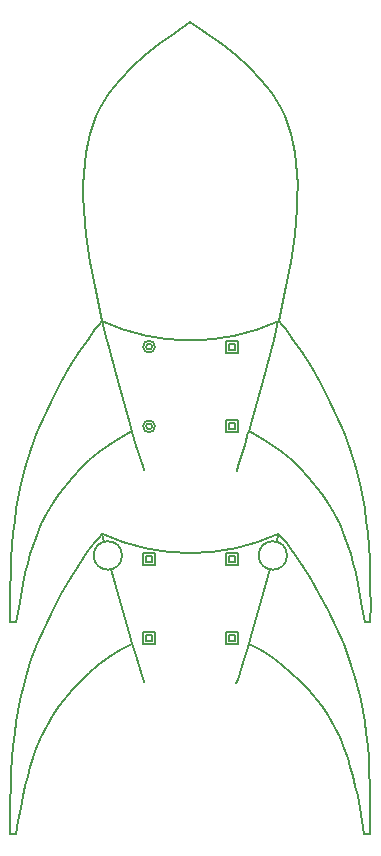
<source format=gbr>
G04 #@! TF.GenerationSoftware,KiCad,Pcbnew,(5.0.0-rc2-198-gb8bbb15aa)*
G04 #@! TF.CreationDate,2018-07-05T00:48:06-05:00*
G04 #@! TF.ProjectId,rocket,726F636B65742E6B696361645F706362,rev?*
G04 #@! TF.SameCoordinates,Original*
G04 #@! TF.FileFunction,Legend,Bot*
G04 #@! TF.FilePolarity,Positive*
%FSLAX46Y46*%
G04 Gerber Fmt 4.6, Leading zero omitted, Abs format (unit mm)*
G04 Created by KiCad (PCBNEW (5.0.0-rc2-198-gb8bbb15aa)) date 07/05/18 00:48:06*
%MOMM*%
%LPD*%
G01*
G04 APERTURE LIST*
%ADD10C,0.200000*%
%ADD11C,0.150000*%
G04 APERTURE END LIST*
D10*
X13113607Y-61697659D02*
X13338522Y-62345022D01*
X14177948Y-65577512D02*
X14371961Y-66570122D01*
X12156522Y-59581659D02*
X12646527Y-60556812D01*
X14371961Y-66570122D02*
X14559342Y-67643647D01*
X11102415Y-57948868D02*
X11642636Y-58726199D01*
X15240000Y-68800000D02*
X14740000Y-68800000D01*
X14755842Y-59275903D02*
X14887189Y-60253662D01*
X13338522Y-62345022D02*
X13557562Y-63051417D01*
X13770587Y-63822335D02*
X13977438Y-64662858D01*
X14025670Y-55777072D02*
X14431656Y-57454601D01*
X9432675Y-45980780D02*
X10175555Y-47174127D01*
X7454678Y-43352082D02*
X7746256Y-43670938D01*
X15088707Y-62369624D02*
X15159072Y-63517634D01*
X7779852Y-54449918D02*
X8558281Y-55118265D01*
X15159072Y-63517634D02*
X15209306Y-64731489D01*
X12344357Y-51248922D02*
X12976590Y-52702093D01*
X14559342Y-67643647D02*
X14740000Y-68800000D01*
X7454677Y-43352082D02*
G75*
G02X-7454678Y-43352082I-7454677J16281782D01*
G01*
X8719041Y-44925248D02*
X9432675Y-45980780D01*
X11654456Y-49835582D02*
X12344357Y-51248922D01*
X14887189Y-60253662D02*
X14998114Y-61283211D01*
X10175555Y-47174127D02*
X10924181Y-48469746D01*
X15239498Y-66014796D02*
X15249715Y-67370361D01*
X13557562Y-63051417D02*
X13770587Y-63822335D01*
X8558281Y-55118265D02*
X9269043Y-55805795D01*
X10924181Y-48469746D02*
X11654456Y-49835582D01*
X9269043Y-55805795D02*
X9923300Y-56505146D01*
X15209306Y-64731489D02*
X15239498Y-66014796D01*
X15249715Y-67370361D02*
X15240000Y-68800000D01*
X14998114Y-61283211D02*
X15088707Y-62369624D01*
X12646527Y-60556812D02*
X13113607Y-61697659D01*
X13539398Y-54203895D02*
X14025670Y-55777072D01*
X14431656Y-57454601D02*
X14755842Y-59275903D01*
X8054946Y-44040787D02*
X8719041Y-44925248D01*
X9923300Y-56505146D02*
X11102415Y-57948868D01*
X13977438Y-64662858D02*
X14177948Y-65577512D01*
X11642636Y-58726199D02*
X12156522Y-59581659D01*
X12976590Y-52702093D02*
X13539398Y-54203895D01*
X7746256Y-43670938D02*
X8054946Y-44040787D01*
X-14371961Y-66570122D02*
X-14559342Y-67643647D01*
X-11102415Y-57948868D02*
X-11642636Y-58726199D01*
X6922878Y-53811939D02*
X7779852Y-54449918D01*
X5977876Y-53216333D02*
X6922878Y-53811939D01*
X4938074Y-52672647D02*
X5977876Y-53216333D01*
X-14559342Y-67643647D02*
X-14740000Y-68800000D01*
X-13770587Y-63822335D02*
X-13977438Y-64662858D01*
X-13557562Y-63051417D02*
X-13770587Y-63822335D01*
X-12156522Y-59581659D02*
X-12646527Y-60556812D01*
X-11642636Y-58726199D02*
X-12156522Y-59581659D01*
X-8558281Y-55118265D02*
X-9269043Y-55805795D01*
X-15240000Y-68800000D02*
X-14740000Y-68800000D01*
X-12646527Y-60556812D02*
X-13113607Y-61697659D01*
X-14177948Y-65577512D02*
X-14371961Y-66570122D01*
X-9923300Y-56505146D02*
X-11102415Y-57948868D01*
X-13977438Y-64662858D02*
X-14177948Y-65577512D01*
X-13338522Y-62345022D02*
X-13557562Y-63051417D01*
X-13113607Y-61697659D02*
X-13338522Y-62345022D01*
X-9269043Y-55805795D02*
X-9923300Y-56505146D01*
X-14887189Y-60253662D02*
X-14998114Y-61283211D01*
X-13539398Y-54203895D02*
X-14025670Y-55777072D01*
X-15249715Y-67370361D02*
X-15240000Y-68800000D01*
X-12976590Y-52702093D02*
X-13539398Y-54203895D01*
X-14755842Y-59275903D02*
X-14887189Y-60253662D01*
X-14025670Y-55777072D02*
X-14431656Y-57454601D01*
X-15239498Y-66014796D02*
X-15249715Y-67370361D01*
X-8054946Y-44040787D02*
X-8719041Y-44925248D01*
X-7746256Y-43670938D02*
X-8054946Y-44040787D01*
X-7454678Y-43352082D02*
X-7746256Y-43670938D01*
X-14431656Y-57454601D02*
X-14755842Y-59275903D01*
X-15088707Y-62369624D02*
X-15159072Y-63517634D01*
X-15159072Y-63517634D02*
X-15209306Y-64731489D01*
X-15209306Y-64731489D02*
X-15239498Y-66014796D01*
X-9432675Y-45980780D02*
X-10175555Y-47174127D01*
X-10175555Y-47174127D02*
X-10924181Y-48469746D01*
X-4938074Y-52672647D02*
X-5977876Y-53216333D01*
X-14998114Y-61283211D02*
X-15088707Y-62369624D01*
X-10924181Y-48469746D02*
X-11654456Y-49835582D01*
X-11654456Y-49835582D02*
X-12344357Y-51248922D01*
X-8719041Y-44925248D02*
X-9432675Y-45980780D01*
X-7779852Y-54449918D02*
X-8558281Y-55118265D01*
X-6922878Y-53811939D02*
X-7779852Y-54449918D01*
X-12344357Y-51248922D02*
X-12976590Y-52702093D01*
X-5977876Y-53216333D02*
X-6922878Y-53811939D01*
X-8005377Y-22805902D02*
X-7444921Y-25352082D01*
X-8461668Y-20368150D02*
X-8005377Y-22805902D01*
X9442432Y-27980780D02*
X10185312Y-29174127D01*
X12986347Y-34702093D02*
X13549155Y-36203895D01*
X8568038Y-37118265D02*
X9278800Y-37805795D01*
X7789609Y-36449918D02*
X8568038Y-37118265D01*
X4947831Y-34672647D02*
X5987633Y-35216333D01*
X8728798Y-26925248D02*
X9442432Y-27980780D01*
X15249255Y-48014796D02*
X15259472Y-49370361D01*
X14441413Y-39454601D02*
X14765599Y-41275903D01*
X14035427Y-37777072D02*
X14441413Y-39454601D01*
X13549155Y-36203895D02*
X14035427Y-37777072D01*
X11664213Y-31835582D02*
X12354114Y-33248922D01*
X7756013Y-25670938D02*
X8064703Y-26040787D01*
X15098464Y-44369624D02*
X15168829Y-45517634D01*
X9278800Y-37805795D02*
X9933057Y-38505146D01*
X6932635Y-35811939D02*
X7789609Y-36449918D01*
X15219063Y-46731489D02*
X15249255Y-48014796D01*
X14896946Y-42253662D02*
X15007871Y-43283211D01*
X15259472Y-49370361D02*
X15249757Y-50800000D01*
X5987633Y-35216333D02*
X6932635Y-35811939D01*
X8064703Y-26040787D02*
X8728798Y-26925248D01*
X15168829Y-45517634D02*
X15219063Y-46731489D01*
X15007871Y-43283211D02*
X15098464Y-44369624D01*
X14765599Y-41275903D02*
X14896946Y-42253662D01*
X12354114Y-33248922D02*
X12986347Y-34702093D01*
X10185312Y-29174127D02*
X10933938Y-30469746D01*
X7464435Y-25352082D02*
X7756013Y-25670938D01*
X10933938Y-30469746D02*
X11664213Y-31835582D01*
X-13529641Y-36203895D02*
X-14015913Y-37777072D01*
X9757Y0D02*
X1362634Y-936666D01*
X-15229741Y-48014796D02*
X-15239958Y-49370361D01*
X-15149315Y-45517634D02*
X-15199549Y-46731489D01*
X-14015913Y-37777072D02*
X-14421899Y-39454601D01*
X8275873Y-8707589D02*
X8514788Y-9463425D01*
X-14877432Y-42253662D02*
X-14988357Y-43283211D01*
X-14746085Y-41275903D02*
X-14877432Y-42253662D01*
X9049257Y-12887114D02*
X9079437Y-13843875D01*
X9022424Y-15874403D02*
X8818543Y-18053113D01*
X1362634Y-936666D02*
X2652049Y-1877783D01*
X6018428Y-4895881D02*
X6917115Y-6045283D01*
X9070053Y-14839975D02*
X9022424Y-15874403D01*
X9079437Y-13843875D02*
X9070053Y-14839975D01*
X8978407Y-11970438D02*
X9049257Y-12887114D01*
X8866030Y-11094282D02*
X8978407Y-11970438D01*
X8711564Y-10258723D02*
X8866030Y-11094282D01*
X2652049Y-1877783D02*
X3868008Y-2837202D01*
X-15078950Y-44369624D02*
X-15149315Y-45517634D01*
X8514788Y-9463425D02*
X8711564Y-10258723D01*
X7674484Y-7308523D02*
X7995424Y-7989898D01*
X-15199549Y-46731489D02*
X-15229741Y-48014796D01*
X7995424Y-7989898D02*
X8275873Y-8707589D01*
X6917115Y-6045283D02*
X7674484Y-7308523D01*
X-14421899Y-39454601D02*
X-14746085Y-41275903D01*
X4995930Y-3835153D02*
X6018428Y-4895881D01*
X-15239958Y-49370361D02*
X-15230243Y-50800000D01*
X3868008Y-2837202D02*
X4995930Y-3835153D01*
X-14988357Y-43283211D02*
X-15078950Y-44369624D01*
X-8045189Y-26040787D02*
X-8709284Y-26925248D01*
X13123364Y-43697659D02*
X13348279Y-44345022D01*
X-7736499Y-25670938D02*
X-8045189Y-26040787D01*
X14569099Y-49643647D02*
X14749757Y-50800000D01*
X13348279Y-44345022D02*
X13567319Y-45051417D01*
X12166279Y-41581659D02*
X12656284Y-42556812D01*
X11112172Y-39948868D02*
X11652393Y-40726199D01*
X-5968119Y-35216333D02*
X-6913121Y-35811939D01*
X-4928317Y-34672647D02*
X-5968119Y-35216333D01*
X-14168191Y-47577512D02*
X-14362204Y-48570122D01*
X-6913121Y-35811939D02*
X-7770095Y-36449918D01*
X14381718Y-48570122D02*
X14569099Y-49643647D01*
X9933057Y-38505146D02*
X11112172Y-39948868D01*
X-12966833Y-34702093D02*
X-13529641Y-36203895D01*
X-12334600Y-33248922D02*
X-12966833Y-34702093D01*
X-11644699Y-31835582D02*
X-12334600Y-33248922D01*
X-10165798Y-29174127D02*
X-10914424Y-30469746D01*
X-10914424Y-30469746D02*
X-11644699Y-31835582D01*
X-8709284Y-26925248D02*
X-9422918Y-27980780D01*
X-14549585Y-49643647D02*
X-14730243Y-50800000D01*
X-7770095Y-36449918D02*
X-8548524Y-37118265D01*
X-7444921Y-25352082D02*
X-7736499Y-25670938D01*
X-15230243Y-50800000D02*
X-14730243Y-50800000D01*
X-9913543Y-38505146D02*
X-11092658Y-39948868D01*
X-8548524Y-37118265D02*
X-9259286Y-37805795D01*
X-14362204Y-48570122D02*
X-14549585Y-49643647D01*
X-13967681Y-46662858D02*
X-14168191Y-47577512D01*
X-13760830Y-45822335D02*
X-13967681Y-46662858D01*
X-13103850Y-43697659D02*
X-13328765Y-44345022D01*
X-12636770Y-42556812D02*
X-13103850Y-43697659D01*
X-9259286Y-37805795D02*
X-9913543Y-38505146D01*
X14187705Y-47577512D02*
X14381718Y-48570122D01*
X13567319Y-45051417D02*
X13780344Y-45822335D01*
X11652393Y-40726199D02*
X12166279Y-41581659D01*
X-13547805Y-45051417D02*
X-13760830Y-45822335D01*
X-13328765Y-44345022D02*
X-13547805Y-45051417D01*
X-12146765Y-41581659D02*
X-12636770Y-42556812D01*
X-11632879Y-40726199D02*
X-12146765Y-41581659D01*
X-11092658Y-39948868D02*
X-11632879Y-40726199D01*
X15249757Y-50800000D02*
X14749757Y-50800000D01*
X12656284Y-42556812D02*
X13123364Y-43697659D01*
X13780344Y-45822335D02*
X13987195Y-46662858D01*
X13987195Y-46662858D02*
X14187705Y-47577512D01*
X-9422918Y-27980780D02*
X-10165798Y-29174127D01*
X-8799029Y-18053113D02*
X-8461668Y-20368150D01*
X-9002910Y-15874403D02*
X-8799029Y-18053113D01*
X-9050539Y-14839975D02*
X-9002910Y-15874403D01*
X-5998914Y-4895881D02*
X-6897601Y-6045283D01*
X-8256359Y-8707589D02*
X-8495274Y-9463425D01*
X8481182Y-20368150D02*
X8024891Y-22805902D01*
X-7654970Y-7308523D02*
X-7975910Y-7989898D01*
X-2632535Y-1877783D02*
X-3848494Y-2837202D01*
X-1343120Y-936666D02*
X-2632535Y-1877783D01*
X-9059923Y-13843875D02*
X-9050539Y-14839975D01*
X-9029743Y-12887114D02*
X-9059923Y-13843875D01*
X-8958893Y-11970438D02*
X-9029743Y-12887114D01*
X-7975910Y-7989898D02*
X-8256359Y-8707589D01*
X-8846516Y-11094282D02*
X-8958893Y-11970438D01*
X-8692050Y-10258723D02*
X-8846516Y-11094282D01*
X8818543Y-18053113D02*
X8481182Y-20368150D01*
X-8495274Y-9463425D02*
X-8692050Y-10258723D01*
X8024891Y-22805902D02*
X7464435Y-25352082D01*
X-4976416Y-3835153D02*
X-5998914Y-4895881D01*
X-3848494Y-2837202D02*
X-4976416Y-3835153D01*
X9757Y0D02*
X-1343120Y-936666D01*
X-6897601Y-6045283D02*
X-7654970Y-7308523D01*
X4070000Y-37580000D02*
X3930000Y-38000000D01*
X4590000Y-35840000D02*
X4070000Y-37580000D01*
X4920000Y-34720000D02*
X4590000Y-35840000D01*
X-4040000Y-37590000D02*
X-3950000Y-37910000D01*
X-4590000Y-35870000D02*
X-4040000Y-37590000D01*
X-4950000Y-34700000D02*
X-4590000Y-35870000D01*
X6153503Y-30434848D02*
X5134717Y-34008790D01*
X7460000Y-25350000D02*
X7061199Y-26978697D01*
X7061199Y-26978697D02*
X6153503Y-30434848D01*
X-7460000Y-25350000D02*
X-7054786Y-27026791D01*
X-7061199Y-26978697D02*
X-6153503Y-30434848D01*
X-6153503Y-30434848D02*
X-5134717Y-34008790D01*
X-7507405Y-25327942D02*
G75*
G03X7454678Y-25352082I7507405J16327942D01*
G01*
X5130000Y-34020000D02*
X4930000Y-34710000D01*
X-5130000Y-34020000D02*
X-4950000Y-34700000D01*
X-5785000Y-45178000D02*
G75*
G03X-5785000Y-45178000I-1200000J0D01*
G01*
X4360000Y-54570000D02*
X4010000Y-55700000D01*
X-4220000Y-55050000D02*
X-3960000Y-55870000D01*
X4010000Y-55700000D02*
X3900000Y-56020000D01*
X-4950000Y-52680000D02*
X-4800000Y-53140000D01*
X-4800000Y-53140000D02*
X-4220000Y-55050000D01*
X4930000Y-52670000D02*
X4360000Y-54570000D01*
X-6153503Y-48414848D02*
X-5134717Y-51988790D01*
X7450000Y-43350000D02*
X7310000Y-44020000D01*
X-6700000Y-46350000D02*
X-6153503Y-48414848D01*
X5130000Y-52000000D02*
X4930000Y-52690000D01*
X6700000Y-46340000D02*
X5980000Y-49050000D01*
X-5130000Y-52000000D02*
X-4950000Y-52680000D01*
X-7450000Y-43350000D02*
X-7310000Y-44000000D01*
X8185000Y-45178000D02*
G75*
G03X8185000Y-45178000I-1200000J0D01*
G01*
X6153503Y-48414848D02*
X5134717Y-51988790D01*
D11*
X-4000000Y-52700000D02*
X-4000000Y-51700000D01*
X-3750000Y-45200000D02*
X-3750000Y-45700000D01*
X-3000000Y-52700000D02*
X-4000000Y-52700000D01*
X-3250000Y-45200000D02*
X-3750000Y-45200000D01*
X-3750000Y-45700000D02*
X-3250000Y-45700000D01*
X-4000000Y-44950000D02*
X-3000000Y-44950000D01*
X-3750000Y-52450000D02*
X-3250000Y-52450000D01*
X-3000000Y-51700000D02*
X-3000000Y-52700000D01*
X-3250000Y-51950000D02*
X-3750000Y-51950000D01*
X-3250000Y-52450000D02*
X-3250000Y-51950000D01*
X-3250000Y-45700000D02*
X-3250000Y-45200000D01*
X-3000000Y-45950000D02*
X-4000000Y-45950000D01*
X-3000000Y-44950000D02*
X-3000000Y-45950000D01*
X-4000000Y-51700000D02*
X-3000000Y-51700000D01*
X-3750000Y-51950000D02*
X-3750000Y-52450000D01*
X-4000000Y-45950000D02*
X-4000000Y-44950000D01*
X3250000Y-52450000D02*
X3750000Y-52450000D01*
X3250000Y-51950000D02*
X3250000Y-52450000D01*
X3750000Y-52450000D02*
X3750000Y-51950000D01*
X3250000Y-45200000D02*
X3250000Y-45700000D01*
X3000000Y-44950000D02*
X4000000Y-44950000D01*
X3250000Y-45700000D02*
X3750000Y-45700000D01*
X3750000Y-45200000D02*
X3250000Y-45200000D01*
X4000000Y-51700000D02*
X4000000Y-52700000D01*
X3000000Y-51700000D02*
X4000000Y-51700000D01*
X3000000Y-52700000D02*
X3000000Y-51700000D01*
X3750000Y-51950000D02*
X3250000Y-51950000D01*
X4000000Y-52700000D02*
X3000000Y-52700000D01*
X3000000Y-45950000D02*
X3000000Y-44950000D01*
X4000000Y-45950000D02*
X3000000Y-45950000D01*
X4000000Y-44950000D02*
X4000000Y-45950000D01*
X3750000Y-45700000D02*
X3750000Y-45200000D01*
X4000000Y-28000000D02*
X3000000Y-28000000D01*
X3750000Y-27750000D02*
X3750000Y-27250000D01*
X3000000Y-28000000D02*
X3000000Y-27000000D01*
X4000000Y-27000000D02*
X4000000Y-28000000D01*
X3250000Y-27250000D02*
X3250000Y-27750000D01*
X3000000Y-27000000D02*
X4000000Y-27000000D01*
X3250000Y-27750000D02*
X3750000Y-27750000D01*
X3750000Y-27250000D02*
X3250000Y-27250000D01*
X4000000Y-33750000D02*
X4000000Y-34750000D01*
X3000000Y-33750000D02*
X4000000Y-33750000D01*
X3000000Y-34750000D02*
X3000000Y-33750000D01*
X3750000Y-34000000D02*
X3250000Y-34000000D01*
X4000000Y-34750000D02*
X3000000Y-34750000D01*
X3250000Y-34500000D02*
X3750000Y-34500000D01*
X3250000Y-34000000D02*
X3250000Y-34500000D01*
X3750000Y-34500000D02*
X3750000Y-34000000D01*
X-3000000Y-34250000D02*
G75*
G03X-3000000Y-34250000I-500000J0D01*
G01*
X-3250000Y-34250000D02*
G75*
G03X-3250000Y-34250000I-250000J0D01*
G01*
X-3250000Y-27500000D02*
G75*
G03X-3250000Y-27500000I-250000J0D01*
G01*
X-3000000Y-27500000D02*
G75*
G03X-3000000Y-27500000I-500000J0D01*
G01*
X-3000000Y-27500000D02*
G75*
G03X-3000000Y-27500000I-500000J0D01*
G01*
X-3250000Y-27500000D02*
G75*
G03X-3250000Y-27500000I-250000J0D01*
G01*
M02*

</source>
